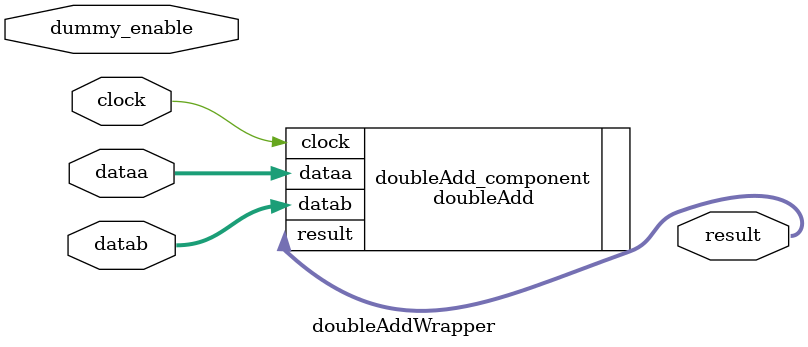
<source format=v>


module doubleAddWrapper (
	clock,
	dataa,
	datab,
	result,
	dummy_enable);

	input		clock;
	input	[63:0]	dataa;
	input	[63:0]	datab;
	output	[63:0]	result;
	input		dummy_enable;

	doubleAdd doubleAdd_component (
		.clock(clock),
		.dataa(dataa),
		.datab(datab),
		.result(result)
	);
endmodule

</source>
